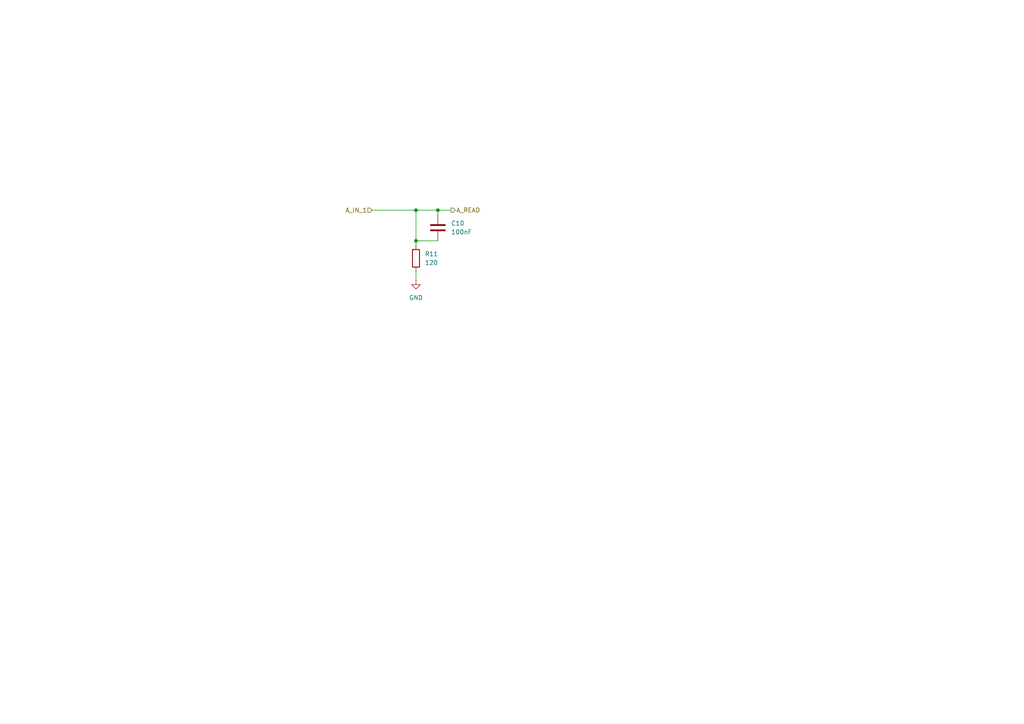
<source format=kicad_sch>
(kicad_sch
	(version 20250114)
	(generator "eeschema")
	(generator_version "9.0")
	(uuid "5cf50800-1ca6-49e1-904e-66de7002e260")
	(paper "A4")
	(lib_symbols
		(symbol "Device:C"
			(pin_numbers
				(hide yes)
			)
			(pin_names
				(offset 0.254)
			)
			(exclude_from_sim no)
			(in_bom yes)
			(on_board yes)
			(property "Reference" "C"
				(at 0.635 2.54 0)
				(effects
					(font
						(size 1.27 1.27)
					)
					(justify left)
				)
			)
			(property "Value" "C"
				(at 0.635 -2.54 0)
				(effects
					(font
						(size 1.27 1.27)
					)
					(justify left)
				)
			)
			(property "Footprint" ""
				(at 0.9652 -3.81 0)
				(effects
					(font
						(size 1.27 1.27)
					)
					(hide yes)
				)
			)
			(property "Datasheet" "~"
				(at 0 0 0)
				(effects
					(font
						(size 1.27 1.27)
					)
					(hide yes)
				)
			)
			(property "Description" "Unpolarized capacitor"
				(at 0 0 0)
				(effects
					(font
						(size 1.27 1.27)
					)
					(hide yes)
				)
			)
			(property "ki_keywords" "cap capacitor"
				(at 0 0 0)
				(effects
					(font
						(size 1.27 1.27)
					)
					(hide yes)
				)
			)
			(property "ki_fp_filters" "C_*"
				(at 0 0 0)
				(effects
					(font
						(size 1.27 1.27)
					)
					(hide yes)
				)
			)
			(symbol "C_0_1"
				(polyline
					(pts
						(xy -2.032 0.762) (xy 2.032 0.762)
					)
					(stroke
						(width 0.508)
						(type default)
					)
					(fill
						(type none)
					)
				)
				(polyline
					(pts
						(xy -2.032 -0.762) (xy 2.032 -0.762)
					)
					(stroke
						(width 0.508)
						(type default)
					)
					(fill
						(type none)
					)
				)
			)
			(symbol "C_1_1"
				(pin passive line
					(at 0 3.81 270)
					(length 2.794)
					(name "~"
						(effects
							(font
								(size 1.27 1.27)
							)
						)
					)
					(number "1"
						(effects
							(font
								(size 1.27 1.27)
							)
						)
					)
				)
				(pin passive line
					(at 0 -3.81 90)
					(length 2.794)
					(name "~"
						(effects
							(font
								(size 1.27 1.27)
							)
						)
					)
					(number "2"
						(effects
							(font
								(size 1.27 1.27)
							)
						)
					)
				)
			)
			(embedded_fonts no)
		)
		(symbol "Device:R"
			(pin_numbers
				(hide yes)
			)
			(pin_names
				(offset 0)
			)
			(exclude_from_sim no)
			(in_bom yes)
			(on_board yes)
			(property "Reference" "R"
				(at 2.032 0 90)
				(effects
					(font
						(size 1.27 1.27)
					)
				)
			)
			(property "Value" "R"
				(at 0 0 90)
				(effects
					(font
						(size 1.27 1.27)
					)
				)
			)
			(property "Footprint" ""
				(at -1.778 0 90)
				(effects
					(font
						(size 1.27 1.27)
					)
					(hide yes)
				)
			)
			(property "Datasheet" "~"
				(at 0 0 0)
				(effects
					(font
						(size 1.27 1.27)
					)
					(hide yes)
				)
			)
			(property "Description" "Resistor"
				(at 0 0 0)
				(effects
					(font
						(size 1.27 1.27)
					)
					(hide yes)
				)
			)
			(property "ki_keywords" "R res resistor"
				(at 0 0 0)
				(effects
					(font
						(size 1.27 1.27)
					)
					(hide yes)
				)
			)
			(property "ki_fp_filters" "R_*"
				(at 0 0 0)
				(effects
					(font
						(size 1.27 1.27)
					)
					(hide yes)
				)
			)
			(symbol "R_0_1"
				(rectangle
					(start -1.016 -2.54)
					(end 1.016 2.54)
					(stroke
						(width 0.254)
						(type default)
					)
					(fill
						(type none)
					)
				)
			)
			(symbol "R_1_1"
				(pin passive line
					(at 0 3.81 270)
					(length 1.27)
					(name "~"
						(effects
							(font
								(size 1.27 1.27)
							)
						)
					)
					(number "1"
						(effects
							(font
								(size 1.27 1.27)
							)
						)
					)
				)
				(pin passive line
					(at 0 -3.81 90)
					(length 1.27)
					(name "~"
						(effects
							(font
								(size 1.27 1.27)
							)
						)
					)
					(number "2"
						(effects
							(font
								(size 1.27 1.27)
							)
						)
					)
				)
			)
			(embedded_fonts no)
		)
		(symbol "power:GND"
			(power)
			(pin_numbers
				(hide yes)
			)
			(pin_names
				(offset 0)
				(hide yes)
			)
			(exclude_from_sim no)
			(in_bom yes)
			(on_board yes)
			(property "Reference" "#PWR"
				(at 0 -6.35 0)
				(effects
					(font
						(size 1.27 1.27)
					)
					(hide yes)
				)
			)
			(property "Value" "GND"
				(at 0 -3.81 0)
				(effects
					(font
						(size 1.27 1.27)
					)
				)
			)
			(property "Footprint" ""
				(at 0 0 0)
				(effects
					(font
						(size 1.27 1.27)
					)
					(hide yes)
				)
			)
			(property "Datasheet" ""
				(at 0 0 0)
				(effects
					(font
						(size 1.27 1.27)
					)
					(hide yes)
				)
			)
			(property "Description" "Power symbol creates a global label with name \"GND\" , ground"
				(at 0 0 0)
				(effects
					(font
						(size 1.27 1.27)
					)
					(hide yes)
				)
			)
			(property "ki_keywords" "global power"
				(at 0 0 0)
				(effects
					(font
						(size 1.27 1.27)
					)
					(hide yes)
				)
			)
			(symbol "GND_0_1"
				(polyline
					(pts
						(xy 0 0) (xy 0 -1.27) (xy 1.27 -1.27) (xy 0 -2.54) (xy -1.27 -1.27) (xy 0 -1.27)
					)
					(stroke
						(width 0)
						(type default)
					)
					(fill
						(type none)
					)
				)
			)
			(symbol "GND_1_1"
				(pin power_in line
					(at 0 0 270)
					(length 0)
					(name "~"
						(effects
							(font
								(size 1.27 1.27)
							)
						)
					)
					(number "1"
						(effects
							(font
								(size 1.27 1.27)
							)
						)
					)
				)
			)
			(embedded_fonts no)
		)
	)
	(junction
		(at 120.65 60.96)
		(diameter 0)
		(color 0 0 0 0)
		(uuid "260a0800-4cf1-4fd3-b279-cc91bd851748")
	)
	(junction
		(at 127 60.96)
		(diameter 0)
		(color 0 0 0 0)
		(uuid "5781d488-d2bf-4dcc-b79f-9145902aa59c")
	)
	(junction
		(at 120.65 69.85)
		(diameter 0)
		(color 0 0 0 0)
		(uuid "7789338d-9554-4f79-9501-f5919a92df54")
	)
	(wire
		(pts
			(xy 120.65 69.85) (xy 127 69.85)
		)
		(stroke
			(width 0)
			(type default)
		)
		(uuid "401a7135-ce40-4839-af81-95ee84739da4")
	)
	(wire
		(pts
			(xy 120.65 60.96) (xy 127 60.96)
		)
		(stroke
			(width 0)
			(type default)
		)
		(uuid "44ef6844-9efd-45d5-a6ed-b3f044fdaf36")
	)
	(wire
		(pts
			(xy 127 60.96) (xy 130.81 60.96)
		)
		(stroke
			(width 0)
			(type default)
		)
		(uuid "4b9a2e98-3983-4072-9a58-9392257f59b8")
	)
	(wire
		(pts
			(xy 120.65 69.85) (xy 120.65 71.12)
		)
		(stroke
			(width 0)
			(type default)
		)
		(uuid "59d0c33c-6906-4d0a-b83e-479fa8feb83a")
	)
	(wire
		(pts
			(xy 107.95 60.96) (xy 120.65 60.96)
		)
		(stroke
			(width 0)
			(type default)
		)
		(uuid "6334d4a6-4aca-4f60-b1d7-4292e6227b4f")
	)
	(wire
		(pts
			(xy 120.65 78.74) (xy 120.65 81.28)
		)
		(stroke
			(width 0)
			(type default)
		)
		(uuid "b38d68c5-14ea-405d-ae1a-ed6fdf4c9eb1")
	)
	(wire
		(pts
			(xy 120.65 60.96) (xy 120.65 69.85)
		)
		(stroke
			(width 0)
			(type default)
		)
		(uuid "e1dbf3df-0106-4259-9fbe-ba5e53ef0d9f")
	)
	(wire
		(pts
			(xy 127 60.96) (xy 127 62.23)
		)
		(stroke
			(width 0)
			(type default)
		)
		(uuid "fa1c8ac9-1472-45ab-8c52-d5c90f0a65e2")
	)
	(hierarchical_label "A_IN_1"
		(shape input)
		(at 107.95 60.96 180)
		(effects
			(font
				(size 1.27 1.27)
			)
			(justify right)
		)
		(uuid "67148980-44e3-478f-8e4b-ab2b8b877790")
	)
	(hierarchical_label "A_READ"
		(shape output)
		(at 130.81 60.96 0)
		(effects
			(font
				(size 1.27 1.27)
			)
			(justify left)
		)
		(uuid "93246733-bf6c-4b8d-9c67-2ab0fcfe7642")
	)
	(symbol
		(lib_id "Device:R")
		(at 120.65 74.93 180)
		(unit 1)
		(exclude_from_sim no)
		(in_bom yes)
		(on_board yes)
		(dnp no)
		(fields_autoplaced yes)
		(uuid "06de1664-3be1-4d57-8c4f-078139e7dcba")
		(property "Reference" "R11"
			(at 123.19 73.6599 0)
			(effects
				(font
					(size 1.27 1.27)
				)
				(justify right)
			)
		)
		(property "Value" "120"
			(at 123.19 76.1999 0)
			(effects
				(font
					(size 1.27 1.27)
				)
				(justify right)
			)
		)
		(property "Footprint" "PCM_Resistor_SMD_AKL:R_0603_1608Metric"
			(at 122.428 74.93 90)
			(effects
				(font
					(size 1.27 1.27)
				)
				(hide yes)
			)
		)
		(property "Datasheet" "~"
			(at 120.65 74.93 0)
			(effects
				(font
					(size 1.27 1.27)
				)
				(hide yes)
			)
		)
		(property "Description" "Resistor"
			(at 120.65 74.93 0)
			(effects
				(font
					(size 1.27 1.27)
				)
				(hide yes)
			)
		)
		(property "Tolerance" "0.1-1%"
			(at 120.65 74.93 0)
			(effects
				(font
					(size 1.27 1.27)
				)
				(hide yes)
			)
		)
		(pin "1"
			(uuid "e4deee99-bdfb-4926-835b-a40e634ef5a5")
		)
		(pin "2"
			(uuid "694f6152-f950-447b-8253-ede09748c302")
		)
		(instances
			(project "NIVARA PROJECT"
				(path "/dc6fb271-dfd0-4448-98f1-862b1cc93a80/2ca62569-d560-4cca-9470-52fd378086ae/206f19d7-aeef-461c-a29a-98d9c7bd98e3"
					(reference "R11")
					(unit 1)
				)
			)
		)
	)
	(symbol
		(lib_id "Device:C")
		(at 127 66.04 0)
		(unit 1)
		(exclude_from_sim no)
		(in_bom yes)
		(on_board yes)
		(dnp no)
		(fields_autoplaced yes)
		(uuid "8dc10990-ecfa-4d73-b937-38e63763ab89")
		(property "Reference" "C10"
			(at 130.81 64.7699 0)
			(effects
				(font
					(size 1.27 1.27)
				)
				(justify left)
			)
		)
		(property "Value" "100nF"
			(at 130.81 67.3099 0)
			(effects
				(font
					(size 1.27 1.27)
				)
				(justify left)
			)
		)
		(property "Footprint" "PCM_Capacitor_SMD_AKL:C_0603_1608Metric"
			(at 127.9652 69.85 0)
			(effects
				(font
					(size 1.27 1.27)
				)
				(hide yes)
			)
		)
		(property "Datasheet" "~"
			(at 127 66.04 0)
			(effects
				(font
					(size 1.27 1.27)
				)
				(hide yes)
			)
		)
		(property "Description" "Unpolarized capacitor"
			(at 127 66.04 0)
			(effects
				(font
					(size 1.27 1.27)
				)
				(hide yes)
			)
		)
		(pin "2"
			(uuid "9a9252a6-9f1c-4a88-ac04-65352c4d10a2")
		)
		(pin "1"
			(uuid "fbf81231-655c-412e-9082-159a512f063b")
		)
		(instances
			(project ""
				(path "/dc6fb271-dfd0-4448-98f1-862b1cc93a80/2ca62569-d560-4cca-9470-52fd378086ae/206f19d7-aeef-461c-a29a-98d9c7bd98e3"
					(reference "C10")
					(unit 1)
				)
			)
		)
	)
	(symbol
		(lib_id "power:GND")
		(at 120.65 81.28 0)
		(unit 1)
		(exclude_from_sim no)
		(in_bom yes)
		(on_board yes)
		(dnp no)
		(fields_autoplaced yes)
		(uuid "fb689e34-0b60-4d3f-8556-1e14706045f9")
		(property "Reference" "#PWR028"
			(at 120.65 87.63 0)
			(effects
				(font
					(size 1.27 1.27)
				)
				(hide yes)
			)
		)
		(property "Value" "GND"
			(at 120.65 86.36 0)
			(effects
				(font
					(size 1.27 1.27)
				)
			)
		)
		(property "Footprint" ""
			(at 120.65 81.28 0)
			(effects
				(font
					(size 1.27 1.27)
				)
				(hide yes)
			)
		)
		(property "Datasheet" ""
			(at 120.65 81.28 0)
			(effects
				(font
					(size 1.27 1.27)
				)
				(hide yes)
			)
		)
		(property "Description" "Power symbol creates a global label with name \"GND\" , ground"
			(at 120.65 81.28 0)
			(effects
				(font
					(size 1.27 1.27)
				)
				(hide yes)
			)
		)
		(pin "1"
			(uuid "ce5aeb2c-4b6f-4319-a5ae-0ff72d1fee6d")
		)
		(instances
			(project "NIVARA PROJECT"
				(path "/dc6fb271-dfd0-4448-98f1-862b1cc93a80/2ca62569-d560-4cca-9470-52fd378086ae/206f19d7-aeef-461c-a29a-98d9c7bd98e3"
					(reference "#PWR028")
					(unit 1)
				)
			)
		)
	)
)

</source>
